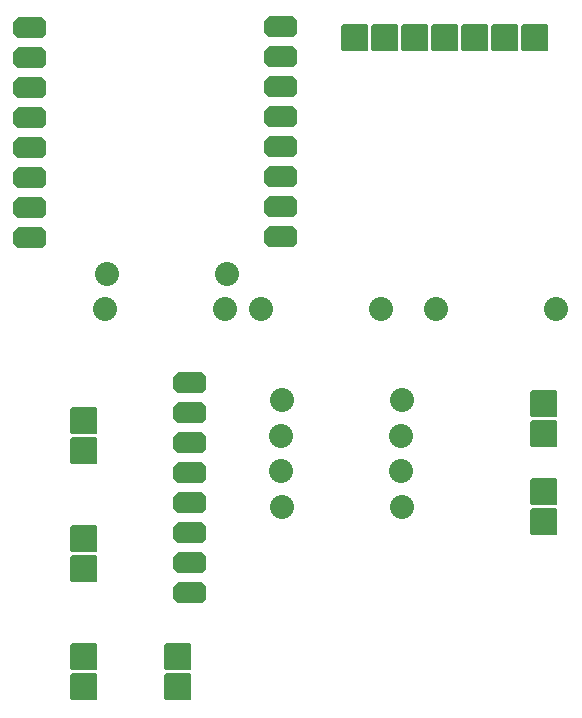
<source format=gbr>
G04 PROTEUS RS274X GERBER FILE*
%FSLAX45Y45*%
%MOMM*%
G01*
%AMPPAD007*
4,1,8,
-1.397000,0.509800,
-1.397000,-0.509800,
-1.017800,-0.889000,
1.017800,-0.889000,
1.397000,-0.509800,
1.397000,0.509800,
1.017800,0.889000,
-1.017800,0.889000,
-1.397000,0.509800,
0*%
%ADD17PPAD007*%
%AMPPAD008*
4,1,36,
-1.016000,-1.143000,
1.016000,-1.143000,
1.041970,-1.140470,
1.065980,-1.133200,
1.087580,-1.121650,
1.106290,-1.106290,
1.121650,-1.087570,
1.133200,-1.065980,
1.140470,-1.041970,
1.143000,-1.016000,
1.143000,1.016000,
1.140470,1.041970,
1.133200,1.065980,
1.121650,1.087570,
1.106290,1.106290,
1.087580,1.121650,
1.065980,1.133200,
1.041970,1.140470,
1.016000,1.143000,
-1.016000,1.143000,
-1.041970,1.140470,
-1.065980,1.133200,
-1.087580,1.121650,
-1.106290,1.106290,
-1.121650,1.087570,
-1.133200,1.065980,
-1.140470,1.041970,
-1.143000,1.016000,
-1.143000,-1.016000,
-1.140470,-1.041970,
-1.133200,-1.065980,
-1.121650,-1.087570,
-1.106290,-1.106290,
-1.087580,-1.121650,
-1.065980,-1.133200,
-1.041970,-1.140470,
-1.016000,-1.143000,
0*%
%ADD18PPAD008*%
%AMPPAD009*
4,1,36,
1.143000,-1.016000,
1.143000,1.016000,
1.140470,1.041970,
1.133200,1.065980,
1.121650,1.087580,
1.106290,1.106290,
1.087570,1.121650,
1.065980,1.133200,
1.041970,1.140470,
1.016000,1.143000,
-1.016000,1.143000,
-1.041970,1.140470,
-1.065980,1.133200,
-1.087570,1.121650,
-1.106290,1.106290,
-1.121650,1.087580,
-1.133200,1.065980,
-1.140470,1.041970,
-1.143000,1.016000,
-1.143000,-1.016000,
-1.140470,-1.041970,
-1.133200,-1.065980,
-1.121650,-1.087580,
-1.106290,-1.106290,
-1.087570,-1.121650,
-1.065980,-1.133200,
-1.041970,-1.140470,
-1.016000,-1.143000,
1.016000,-1.143000,
1.041970,-1.140470,
1.065980,-1.133200,
1.087570,-1.121650,
1.106290,-1.106290,
1.121650,-1.087580,
1.133200,-1.065980,
1.140470,-1.041970,
1.143000,-1.016000,
0*%
%ADD19PPAD009*%
%ADD70C,2.032000*%
D17*
X-2250000Y+2680000D03*
X-2250000Y+2426000D03*
X-2250000Y+2172000D03*
X-2250000Y+1918000D03*
X-2250000Y+1664000D03*
X-2250000Y+1410000D03*
X-2250000Y+1156000D03*
X-2250000Y+902000D03*
X-130000Y+912000D03*
X-130000Y+1166000D03*
X-130000Y+1420000D03*
X-130000Y+1674000D03*
X-130000Y+1928000D03*
X-130000Y+2182000D03*
X-130000Y+2436000D03*
X-130000Y+2690000D03*
D18*
X+500000Y+2600000D03*
X+754000Y+2600000D03*
X+1008000Y+2600000D03*
X+1262000Y+2600000D03*
X+1516000Y+2600000D03*
X+1770000Y+2600000D03*
X+2024000Y+2600000D03*
D19*
X-1800000Y-900000D03*
X-1800000Y-646000D03*
X-1800000Y-1900000D03*
X-1800000Y-1646000D03*
X-1800000Y-2900000D03*
X-1800000Y-2646000D03*
X-1000000Y-2900000D03*
X-1000000Y-2646000D03*
X+2100000Y-1500000D03*
X+2100000Y-1246000D03*
X+2100000Y-500000D03*
X+2100000Y-754000D03*
D70*
X+900000Y-470000D03*
X-116000Y-470000D03*
X+890000Y-770000D03*
X-126000Y-770000D03*
X+890000Y-1070000D03*
X-126000Y-1070000D03*
X-120000Y-1370000D03*
X+896000Y-1370000D03*
X+1184000Y+300000D03*
X+2200000Y+300000D03*
X-600000Y+300000D03*
X-1616000Y+300000D03*
X-300000Y+300000D03*
X+716000Y+300000D03*
X-1600000Y+600000D03*
X-584000Y+600000D03*
D17*
X-900000Y-2100000D03*
X-900000Y-1846000D03*
X-900000Y-1592000D03*
X-900000Y-1338000D03*
X-900000Y-1084000D03*
X-900000Y-830000D03*
X-900000Y-576000D03*
X-900000Y-322000D03*
M02*

</source>
